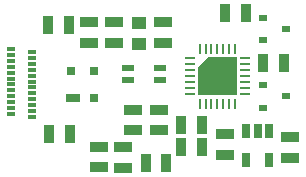
<source format=gtp>
G04*
G04 #@! TF.GenerationSoftware,Altium Limited,Altium Designer,24.5.2 (23)*
G04*
G04 Layer_Color=8421504*
%FSLAX44Y44*%
%MOMM*%
G71*
G04*
G04 #@! TF.SameCoordinates,3EA6B18B-4548-4CAF-BF52-0E37F5A7FA18*
G04*
G04*
G04 #@! TF.FilePolarity,Positive*
G04*
G01*
G75*
%ADD19R,0.7000X0.3000*%
%ADD20O,1.0000X0.2500*%
%ADD21O,0.2500X1.0000*%
%ADD22R,0.8500X1.5000*%
%ADD23R,1.5000X0.8500*%
%ADD24R,0.6500X1.2500*%
%ADD25R,1.3000X1.1000*%
%ADD26R,1.1000X0.6000*%
%ADD27R,0.7620X0.7620*%
%ADD28R,1.1684X0.7620*%
%ADD29R,0.7000X0.6000*%
G36*
X543100Y775750D02*
X510600Y775750D01*
X510600Y800125D01*
X518725Y808250D01*
X543100D01*
Y775750D01*
D02*
G37*
D19*
X369500Y757500D02*
D03*
Y762500D02*
D03*
Y767500D02*
D03*
Y777500D02*
D03*
X369500Y782500D02*
D03*
Y787500D02*
D03*
X369500Y792500D02*
D03*
Y802500D02*
D03*
Y807500D02*
D03*
X352500Y815000D02*
D03*
Y810000D02*
D03*
Y805000D02*
D03*
X352500Y795000D02*
D03*
X352500Y790000D02*
D03*
Y785000D02*
D03*
Y780000D02*
D03*
Y770000D02*
D03*
Y765000D02*
D03*
Y760000D02*
D03*
X369500Y812500D02*
D03*
X352500Y800000D02*
D03*
X369500Y797500D02*
D03*
X352500Y775000D02*
D03*
X369500Y772500D02*
D03*
D20*
X503600Y807000D02*
D03*
Y802000D02*
D03*
Y797000D02*
D03*
Y792000D02*
D03*
Y787000D02*
D03*
Y782000D02*
D03*
Y777000D02*
D03*
X550100D02*
D03*
Y782000D02*
D03*
Y787000D02*
D03*
Y792000D02*
D03*
Y797000D02*
D03*
Y802000D02*
D03*
Y807000D02*
D03*
D21*
X511850Y768750D02*
D03*
X516850D02*
D03*
X521850D02*
D03*
X526850D02*
D03*
X531850D02*
D03*
X536850D02*
D03*
X541850D02*
D03*
Y815250D02*
D03*
X536850D02*
D03*
X531850D02*
D03*
X526850D02*
D03*
X521850D02*
D03*
X516850D02*
D03*
X511850D02*
D03*
D22*
X496100Y751000D02*
D03*
X513600Y751000D02*
D03*
X383859Y835746D02*
D03*
X401359Y835746D02*
D03*
X384470Y743090D02*
D03*
X401970Y743090D02*
D03*
X513600Y732250D02*
D03*
X496100Y732250D02*
D03*
X466250Y718500D02*
D03*
X483750Y718500D02*
D03*
X551040Y845820D02*
D03*
X533540Y845820D02*
D03*
X582850Y803000D02*
D03*
X565350Y803000D02*
D03*
D23*
X533600Y742750D02*
D03*
X533600Y725250D02*
D03*
X588600Y722750D02*
D03*
Y740250D02*
D03*
X439000Y837500D02*
D03*
Y820000D02*
D03*
X426500Y732250D02*
D03*
Y714750D02*
D03*
X447250Y732000D02*
D03*
Y714500D02*
D03*
X477500Y763750D02*
D03*
Y746250D02*
D03*
X455000Y763750D02*
D03*
Y746250D02*
D03*
X480750Y837500D02*
D03*
X480750Y820000D02*
D03*
X418000Y837500D02*
D03*
Y820000D02*
D03*
D24*
X570250Y721000D02*
D03*
X551450D02*
D03*
Y746000D02*
D03*
X560850Y746000D02*
D03*
X570250Y746000D02*
D03*
D25*
X460250Y819610D02*
D03*
Y837390D02*
D03*
D26*
X478250Y788750D02*
D03*
X451250D02*
D03*
Y798750D02*
D03*
X478250D02*
D03*
D27*
X421997Y796256D02*
D03*
Y773396D02*
D03*
X402693Y796256D02*
D03*
D28*
X404979Y773396D02*
D03*
D29*
X565100Y841500D02*
D03*
X585100Y832000D02*
D03*
X565100Y822500D02*
D03*
Y784500D02*
D03*
X585100Y775000D02*
D03*
X565100Y765500D02*
D03*
M02*

</source>
